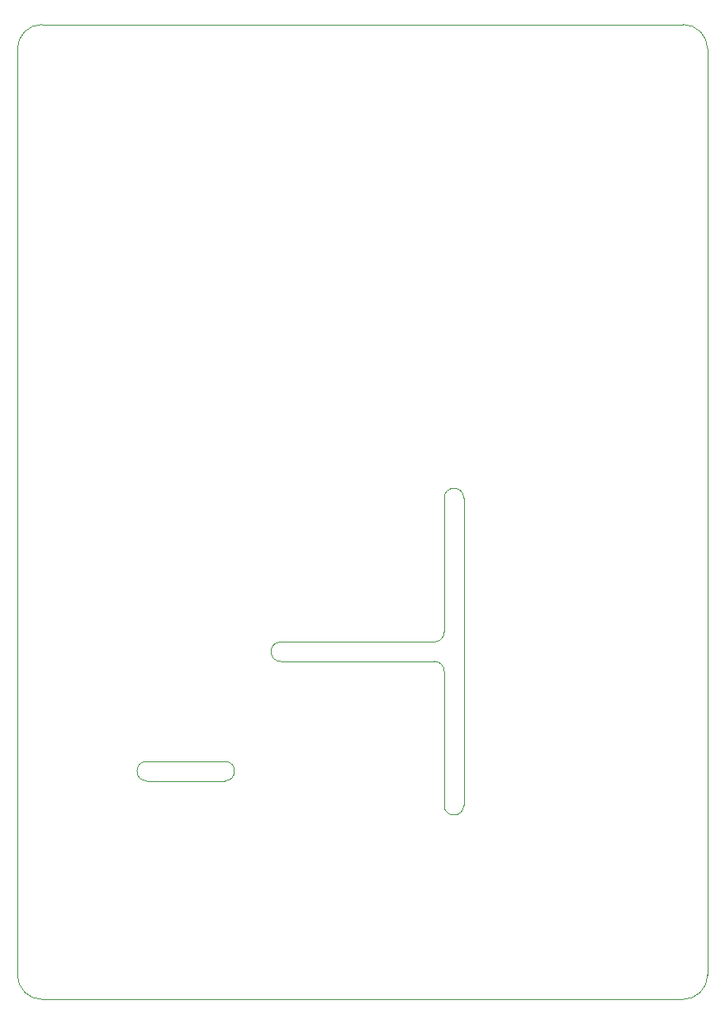
<source format=gko>
G04 #@! TF.GenerationSoftware,KiCad,Pcbnew,(5.1.5)-3*
G04 #@! TF.CreationDate,2020-04-14T19:53:29+02:00*
G04 #@! TF.ProjectId,5vfrommains,35766672-6f6d-46d6-9169-6e732e6b6963,rev?*
G04 #@! TF.SameCoordinates,Original*
G04 #@! TF.FileFunction,Profile,NP*
%FSLAX46Y46*%
G04 Gerber Fmt 4.6, Leading zero omitted, Abs format (unit mm)*
G04 Created by KiCad (PCBNEW (5.1.5)-3) date 2020-04-14 19:53:29*
%MOMM*%
%LPD*%
G04 APERTURE LIST*
%ADD10C,0.050000*%
G04 APERTURE END LIST*
D10*
X217500000Y-93000000D02*
G75*
G02X219500000Y-93000000I1000000J0D01*
G01*
X219500000Y-110750000D02*
X219500000Y-93000000D01*
X219500000Y-110750000D02*
X219500000Y-124500000D01*
X219500000Y-124500000D02*
G75*
G02X217500000Y-124500000I-1000000J0D01*
G01*
X217500000Y-110750000D02*
X217500000Y-124500000D01*
X217500000Y-106750000D02*
X217500000Y-93000000D01*
X217500000Y-106750000D02*
G75*
G02X216500000Y-107750000I-1000000J0D01*
G01*
X216500000Y-109750000D02*
G75*
G02X217500000Y-110750000I0J-1000000D01*
G01*
X200750000Y-109750000D02*
X216500000Y-109750000D01*
X200750000Y-107750000D02*
X216500000Y-107750000D01*
X200750000Y-109750000D02*
G75*
G02X200750000Y-107750000I0J1000000D01*
G01*
X195000000Y-120000000D02*
G75*
G02X195000000Y-122000000I0J-1000000D01*
G01*
X187000000Y-122000000D02*
G75*
G02X187000000Y-120000000I0J1000000D01*
G01*
X195000000Y-122000000D02*
X187000000Y-122000000D01*
X187000000Y-120000000D02*
X195000000Y-120000000D01*
X242000000Y-44450000D02*
X176250000Y-44450000D01*
X173750000Y-46950000D02*
G75*
G02X176250000Y-44450000I2500000J0D01*
G01*
X173750000Y-141900000D02*
X173750000Y-46950000D01*
X176250000Y-144400000D02*
G75*
G02X173750000Y-141900000I0J2500000D01*
G01*
X244500000Y-141900000D02*
G75*
G02X242000000Y-144400000I-2500000J0D01*
G01*
X242000000Y-44450000D02*
G75*
G02X244500000Y-46950000I0J-2500000D01*
G01*
X242000000Y-144400000D02*
X176250000Y-144400000D01*
X244500000Y-46950000D02*
X244500000Y-141900000D01*
M02*

</source>
